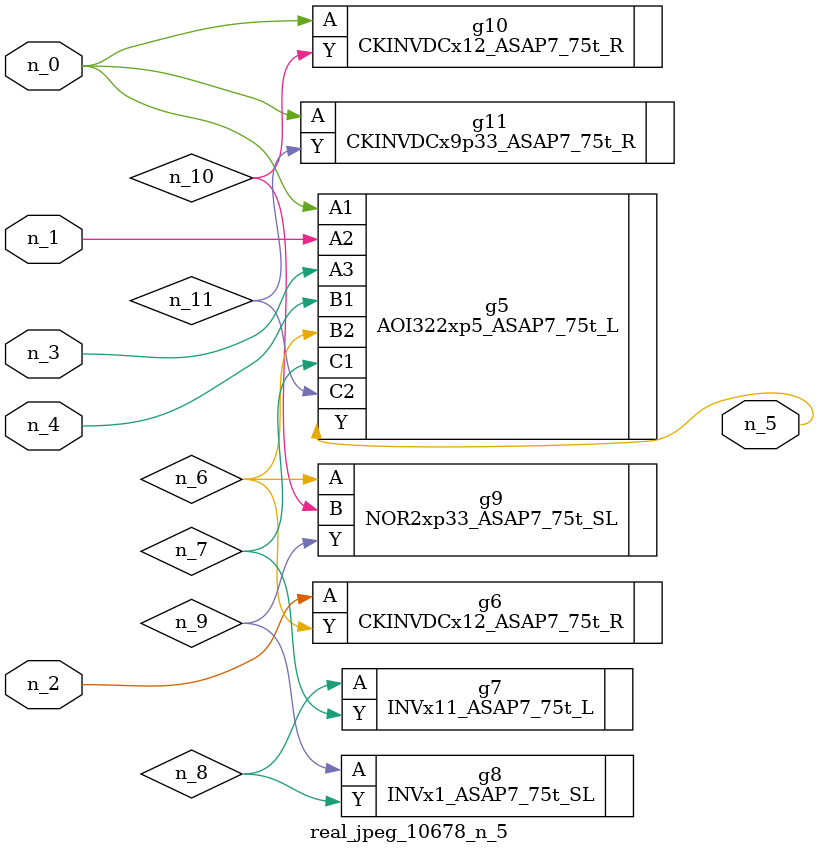
<source format=v>
module real_jpeg_10678_n_5 (n_4, n_0, n_1, n_2, n_3, n_5);

input n_4;
input n_0;
input n_1;
input n_2;
input n_3;

output n_5;

wire n_8;
wire n_11;
wire n_6;
wire n_7;
wire n_10;
wire n_9;

AOI322xp5_ASAP7_75t_L g5 ( 
.A1(n_0),
.A2(n_1),
.A3(n_3),
.B1(n_4),
.B2(n_6),
.C1(n_7),
.C2(n_11),
.Y(n_5)
);

CKINVDCx12_ASAP7_75t_R g10 ( 
.A(n_0),
.Y(n_10)
);

CKINVDCx9p33_ASAP7_75t_R g11 ( 
.A(n_0),
.Y(n_11)
);

CKINVDCx12_ASAP7_75t_R g6 ( 
.A(n_2),
.Y(n_6)
);

NOR2xp33_ASAP7_75t_SL g9 ( 
.A(n_6),
.B(n_10),
.Y(n_9)
);

INVx11_ASAP7_75t_L g7 ( 
.A(n_8),
.Y(n_7)
);

INVx1_ASAP7_75t_SL g8 ( 
.A(n_9),
.Y(n_8)
);


endmodule
</source>
